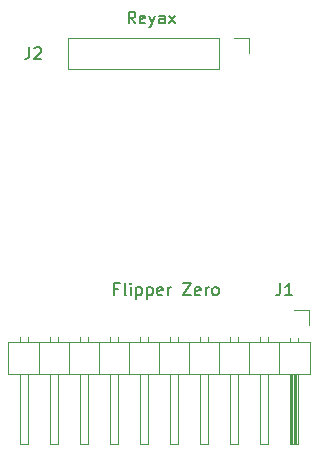
<source format=gbr>
%TF.GenerationSoftware,KiCad,Pcbnew,8.0.4*%
%TF.CreationDate,2024-09-21T22:18:03+01:00*%
%TF.ProjectId,FlipperBoard,466c6970-7065-4724-926f-6172642e6b69,rev?*%
%TF.SameCoordinates,Original*%
%TF.FileFunction,Legend,Top*%
%TF.FilePolarity,Positive*%
%FSLAX46Y46*%
G04 Gerber Fmt 4.6, Leading zero omitted, Abs format (unit mm)*
G04 Created by KiCad (PCBNEW 8.0.4) date 2024-09-21 22:18:03*
%MOMM*%
%LPD*%
G01*
G04 APERTURE LIST*
%ADD10C,0.150000*%
%ADD11C,0.120000*%
G04 APERTURE END LIST*
D10*
X113406666Y-99454819D02*
X113406666Y-100169104D01*
X113406666Y-100169104D02*
X113359047Y-100311961D01*
X113359047Y-100311961D02*
X113263809Y-100407200D01*
X113263809Y-100407200D02*
X113120952Y-100454819D01*
X113120952Y-100454819D02*
X113025714Y-100454819D01*
X113835238Y-99550057D02*
X113882857Y-99502438D01*
X113882857Y-99502438D02*
X113978095Y-99454819D01*
X113978095Y-99454819D02*
X114216190Y-99454819D01*
X114216190Y-99454819D02*
X114311428Y-99502438D01*
X114311428Y-99502438D02*
X114359047Y-99550057D01*
X114359047Y-99550057D02*
X114406666Y-99645295D01*
X114406666Y-99645295D02*
X114406666Y-99740533D01*
X114406666Y-99740533D02*
X114359047Y-99883390D01*
X114359047Y-99883390D02*
X113787619Y-100454819D01*
X113787619Y-100454819D02*
X114406666Y-100454819D01*
X122382856Y-97454819D02*
X122049523Y-96978628D01*
X121811428Y-97454819D02*
X121811428Y-96454819D01*
X121811428Y-96454819D02*
X122192380Y-96454819D01*
X122192380Y-96454819D02*
X122287618Y-96502438D01*
X122287618Y-96502438D02*
X122335237Y-96550057D01*
X122335237Y-96550057D02*
X122382856Y-96645295D01*
X122382856Y-96645295D02*
X122382856Y-96788152D01*
X122382856Y-96788152D02*
X122335237Y-96883390D01*
X122335237Y-96883390D02*
X122287618Y-96931009D01*
X122287618Y-96931009D02*
X122192380Y-96978628D01*
X122192380Y-96978628D02*
X121811428Y-96978628D01*
X123192380Y-97407200D02*
X123097142Y-97454819D01*
X123097142Y-97454819D02*
X122906666Y-97454819D01*
X122906666Y-97454819D02*
X122811428Y-97407200D01*
X122811428Y-97407200D02*
X122763809Y-97311961D01*
X122763809Y-97311961D02*
X122763809Y-96931009D01*
X122763809Y-96931009D02*
X122811428Y-96835771D01*
X122811428Y-96835771D02*
X122906666Y-96788152D01*
X122906666Y-96788152D02*
X123097142Y-96788152D01*
X123097142Y-96788152D02*
X123192380Y-96835771D01*
X123192380Y-96835771D02*
X123239999Y-96931009D01*
X123239999Y-96931009D02*
X123239999Y-97026247D01*
X123239999Y-97026247D02*
X122763809Y-97121485D01*
X123573333Y-96788152D02*
X123811428Y-97454819D01*
X124049523Y-96788152D02*
X123811428Y-97454819D01*
X123811428Y-97454819D02*
X123716190Y-97692914D01*
X123716190Y-97692914D02*
X123668571Y-97740533D01*
X123668571Y-97740533D02*
X123573333Y-97788152D01*
X124859047Y-97454819D02*
X124859047Y-96931009D01*
X124859047Y-96931009D02*
X124811428Y-96835771D01*
X124811428Y-96835771D02*
X124716190Y-96788152D01*
X124716190Y-96788152D02*
X124525714Y-96788152D01*
X124525714Y-96788152D02*
X124430476Y-96835771D01*
X124859047Y-97407200D02*
X124763809Y-97454819D01*
X124763809Y-97454819D02*
X124525714Y-97454819D01*
X124525714Y-97454819D02*
X124430476Y-97407200D01*
X124430476Y-97407200D02*
X124382857Y-97311961D01*
X124382857Y-97311961D02*
X124382857Y-97216723D01*
X124382857Y-97216723D02*
X124430476Y-97121485D01*
X124430476Y-97121485D02*
X124525714Y-97073866D01*
X124525714Y-97073866D02*
X124763809Y-97073866D01*
X124763809Y-97073866D02*
X124859047Y-97026247D01*
X125240000Y-97454819D02*
X125763809Y-96788152D01*
X125240000Y-96788152D02*
X125763809Y-97454819D01*
X134666666Y-119454819D02*
X134666666Y-120169104D01*
X134666666Y-120169104D02*
X134619047Y-120311961D01*
X134619047Y-120311961D02*
X134523809Y-120407200D01*
X134523809Y-120407200D02*
X134380952Y-120454819D01*
X134380952Y-120454819D02*
X134285714Y-120454819D01*
X135666666Y-120454819D02*
X135095238Y-120454819D01*
X135380952Y-120454819D02*
X135380952Y-119454819D01*
X135380952Y-119454819D02*
X135285714Y-119597676D01*
X135285714Y-119597676D02*
X135190476Y-119692914D01*
X135190476Y-119692914D02*
X135095238Y-119740533D01*
X120952380Y-119931009D02*
X120619047Y-119931009D01*
X120619047Y-120454819D02*
X120619047Y-119454819D01*
X120619047Y-119454819D02*
X121095237Y-119454819D01*
X121619047Y-120454819D02*
X121523809Y-120407200D01*
X121523809Y-120407200D02*
X121476190Y-120311961D01*
X121476190Y-120311961D02*
X121476190Y-119454819D01*
X122000000Y-120454819D02*
X122000000Y-119788152D01*
X122000000Y-119454819D02*
X121952381Y-119502438D01*
X121952381Y-119502438D02*
X122000000Y-119550057D01*
X122000000Y-119550057D02*
X122047619Y-119502438D01*
X122047619Y-119502438D02*
X122000000Y-119454819D01*
X122000000Y-119454819D02*
X122000000Y-119550057D01*
X122476190Y-119788152D02*
X122476190Y-120788152D01*
X122476190Y-119835771D02*
X122571428Y-119788152D01*
X122571428Y-119788152D02*
X122761904Y-119788152D01*
X122761904Y-119788152D02*
X122857142Y-119835771D01*
X122857142Y-119835771D02*
X122904761Y-119883390D01*
X122904761Y-119883390D02*
X122952380Y-119978628D01*
X122952380Y-119978628D02*
X122952380Y-120264342D01*
X122952380Y-120264342D02*
X122904761Y-120359580D01*
X122904761Y-120359580D02*
X122857142Y-120407200D01*
X122857142Y-120407200D02*
X122761904Y-120454819D01*
X122761904Y-120454819D02*
X122571428Y-120454819D01*
X122571428Y-120454819D02*
X122476190Y-120407200D01*
X123380952Y-119788152D02*
X123380952Y-120788152D01*
X123380952Y-119835771D02*
X123476190Y-119788152D01*
X123476190Y-119788152D02*
X123666666Y-119788152D01*
X123666666Y-119788152D02*
X123761904Y-119835771D01*
X123761904Y-119835771D02*
X123809523Y-119883390D01*
X123809523Y-119883390D02*
X123857142Y-119978628D01*
X123857142Y-119978628D02*
X123857142Y-120264342D01*
X123857142Y-120264342D02*
X123809523Y-120359580D01*
X123809523Y-120359580D02*
X123761904Y-120407200D01*
X123761904Y-120407200D02*
X123666666Y-120454819D01*
X123666666Y-120454819D02*
X123476190Y-120454819D01*
X123476190Y-120454819D02*
X123380952Y-120407200D01*
X124666666Y-120407200D02*
X124571428Y-120454819D01*
X124571428Y-120454819D02*
X124380952Y-120454819D01*
X124380952Y-120454819D02*
X124285714Y-120407200D01*
X124285714Y-120407200D02*
X124238095Y-120311961D01*
X124238095Y-120311961D02*
X124238095Y-119931009D01*
X124238095Y-119931009D02*
X124285714Y-119835771D01*
X124285714Y-119835771D02*
X124380952Y-119788152D01*
X124380952Y-119788152D02*
X124571428Y-119788152D01*
X124571428Y-119788152D02*
X124666666Y-119835771D01*
X124666666Y-119835771D02*
X124714285Y-119931009D01*
X124714285Y-119931009D02*
X124714285Y-120026247D01*
X124714285Y-120026247D02*
X124238095Y-120121485D01*
X125142857Y-120454819D02*
X125142857Y-119788152D01*
X125142857Y-119978628D02*
X125190476Y-119883390D01*
X125190476Y-119883390D02*
X125238095Y-119835771D01*
X125238095Y-119835771D02*
X125333333Y-119788152D01*
X125333333Y-119788152D02*
X125428571Y-119788152D01*
X126428572Y-119454819D02*
X127095238Y-119454819D01*
X127095238Y-119454819D02*
X126428572Y-120454819D01*
X126428572Y-120454819D02*
X127095238Y-120454819D01*
X127857143Y-120407200D02*
X127761905Y-120454819D01*
X127761905Y-120454819D02*
X127571429Y-120454819D01*
X127571429Y-120454819D02*
X127476191Y-120407200D01*
X127476191Y-120407200D02*
X127428572Y-120311961D01*
X127428572Y-120311961D02*
X127428572Y-119931009D01*
X127428572Y-119931009D02*
X127476191Y-119835771D01*
X127476191Y-119835771D02*
X127571429Y-119788152D01*
X127571429Y-119788152D02*
X127761905Y-119788152D01*
X127761905Y-119788152D02*
X127857143Y-119835771D01*
X127857143Y-119835771D02*
X127904762Y-119931009D01*
X127904762Y-119931009D02*
X127904762Y-120026247D01*
X127904762Y-120026247D02*
X127428572Y-120121485D01*
X128333334Y-120454819D02*
X128333334Y-119788152D01*
X128333334Y-119978628D02*
X128380953Y-119883390D01*
X128380953Y-119883390D02*
X128428572Y-119835771D01*
X128428572Y-119835771D02*
X128523810Y-119788152D01*
X128523810Y-119788152D02*
X128619048Y-119788152D01*
X129095239Y-120454819D02*
X129000001Y-120407200D01*
X129000001Y-120407200D02*
X128952382Y-120359580D01*
X128952382Y-120359580D02*
X128904763Y-120264342D01*
X128904763Y-120264342D02*
X128904763Y-119978628D01*
X128904763Y-119978628D02*
X128952382Y-119883390D01*
X128952382Y-119883390D02*
X129000001Y-119835771D01*
X129000001Y-119835771D02*
X129095239Y-119788152D01*
X129095239Y-119788152D02*
X129238096Y-119788152D01*
X129238096Y-119788152D02*
X129333334Y-119835771D01*
X129333334Y-119835771D02*
X129380953Y-119883390D01*
X129380953Y-119883390D02*
X129428572Y-119978628D01*
X129428572Y-119978628D02*
X129428572Y-120264342D01*
X129428572Y-120264342D02*
X129380953Y-120359580D01*
X129380953Y-120359580D02*
X129333334Y-120407200D01*
X129333334Y-120407200D02*
X129238096Y-120454819D01*
X129238096Y-120454819D02*
X129095239Y-120454819D01*
D11*
%TO.C,J2*%
X116670000Y-98670000D02*
X116670000Y-101330000D01*
X129430000Y-98670000D02*
X116670000Y-98670000D01*
X129430000Y-98670000D02*
X129430000Y-101330000D01*
X129430000Y-101330000D02*
X116670000Y-101330000D01*
X130700000Y-98670000D02*
X132030000Y-98670000D01*
X132030000Y-98670000D02*
X132030000Y-100000000D01*
%TO.C,J1*%
X111630000Y-124440000D02*
X111630000Y-127100000D01*
X111630000Y-127100000D02*
X137150000Y-127100000D01*
X112580000Y-124042929D02*
X112580000Y-124440000D01*
X112580000Y-133100000D02*
X112580000Y-127100000D01*
X113340000Y-124042929D02*
X113340000Y-124440000D01*
X113340000Y-127100000D02*
X113340000Y-133100000D01*
X113340000Y-133100000D02*
X112580000Y-133100000D01*
X114230000Y-124440000D02*
X114230000Y-127100000D01*
X115120000Y-124042929D02*
X115120000Y-124440000D01*
X115120000Y-133100000D02*
X115120000Y-127100000D01*
X115880000Y-124042929D02*
X115880000Y-124440000D01*
X115880000Y-127100000D02*
X115880000Y-133100000D01*
X115880000Y-133100000D02*
X115120000Y-133100000D01*
X116770000Y-124440000D02*
X116770000Y-127100000D01*
X117660000Y-124042929D02*
X117660000Y-124440000D01*
X117660000Y-133100000D02*
X117660000Y-127100000D01*
X118420000Y-124042929D02*
X118420000Y-124440000D01*
X118420000Y-127100000D02*
X118420000Y-133100000D01*
X118420000Y-133100000D02*
X117660000Y-133100000D01*
X119310000Y-124440000D02*
X119310000Y-127100000D01*
X120200000Y-124042929D02*
X120200000Y-124440000D01*
X120200000Y-133100000D02*
X120200000Y-127100000D01*
X120960000Y-124042929D02*
X120960000Y-124440000D01*
X120960000Y-127100000D02*
X120960000Y-133100000D01*
X120960000Y-133100000D02*
X120200000Y-133100000D01*
X121850000Y-124440000D02*
X121850000Y-127100000D01*
X122740000Y-124042929D02*
X122740000Y-124440000D01*
X122740000Y-133100000D02*
X122740000Y-127100000D01*
X123500000Y-124042929D02*
X123500000Y-124440000D01*
X123500000Y-127100000D02*
X123500000Y-133100000D01*
X123500000Y-133100000D02*
X122740000Y-133100000D01*
X124390000Y-124440000D02*
X124390000Y-127100000D01*
X125280000Y-124042929D02*
X125280000Y-124440000D01*
X125280000Y-133100000D02*
X125280000Y-127100000D01*
X126040000Y-124042929D02*
X126040000Y-124440000D01*
X126040000Y-127100000D02*
X126040000Y-133100000D01*
X126040000Y-133100000D02*
X125280000Y-133100000D01*
X126930000Y-124440000D02*
X126930000Y-127100000D01*
X127820000Y-124042929D02*
X127820000Y-124440000D01*
X127820000Y-133100000D02*
X127820000Y-127100000D01*
X128580000Y-124042929D02*
X128580000Y-124440000D01*
X128580000Y-127100000D02*
X128580000Y-133100000D01*
X128580000Y-133100000D02*
X127820000Y-133100000D01*
X129470000Y-124440000D02*
X129470000Y-127100000D01*
X130360000Y-124042929D02*
X130360000Y-124440000D01*
X130360000Y-133100000D02*
X130360000Y-127100000D01*
X131120000Y-124042929D02*
X131120000Y-124440000D01*
X131120000Y-127100000D02*
X131120000Y-133100000D01*
X131120000Y-133100000D02*
X130360000Y-133100000D01*
X132010000Y-124440000D02*
X132010000Y-127100000D01*
X132900000Y-124042929D02*
X132900000Y-124440000D01*
X132900000Y-133100000D02*
X132900000Y-127100000D01*
X133660000Y-124042929D02*
X133660000Y-124440000D01*
X133660000Y-127100000D02*
X133660000Y-133100000D01*
X133660000Y-133100000D02*
X132900000Y-133100000D01*
X134550000Y-124440000D02*
X134550000Y-127100000D01*
X135440000Y-124110000D02*
X135440000Y-124440000D01*
X135440000Y-133100000D02*
X135440000Y-127100000D01*
X135540000Y-127100000D02*
X135540000Y-133100000D01*
X135660000Y-127100000D02*
X135660000Y-133100000D01*
X135780000Y-127100000D02*
X135780000Y-133100000D01*
X135820000Y-121730000D02*
X137090000Y-121730000D01*
X135900000Y-127100000D02*
X135900000Y-133100000D01*
X136020000Y-127100000D02*
X136020000Y-133100000D01*
X136140000Y-127100000D02*
X136140000Y-133100000D01*
X136200000Y-124110000D02*
X136200000Y-124440000D01*
X136200000Y-127100000D02*
X136200000Y-133100000D01*
X136200000Y-133100000D02*
X135440000Y-133100000D01*
X137090000Y-121730000D02*
X137090000Y-123000000D01*
X137150000Y-124440000D02*
X111630000Y-124440000D01*
X137150000Y-127100000D02*
X137150000Y-124440000D01*
%TD*%
M02*

</source>
